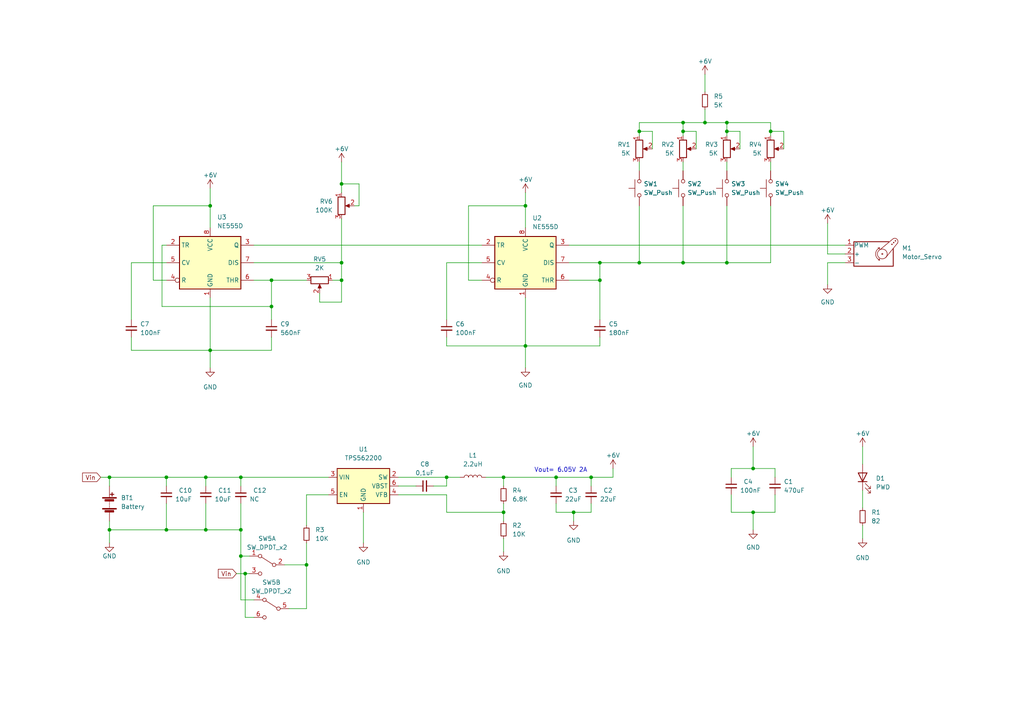
<source format=kicad_sch>
(kicad_sch (version 20211123) (generator eeschema)
  (paper "A4")
  (title_block (title "Controlador de Servo con Botones") (rev "v2"))
  (lib_symbols
    (symbol "Device:Battery" (pin_numbers hide) (pin_names (offset 0) hide)
      (property "Reference" "BT" (at 2.54 2.54 0))
      (property "Value" "Battery" (at 2.54 0 0))
      (symbol "Battery_0_1"
        (rectangle (start -2.032 -1.397) (end 2.032 -1.651) (fill (type outline)))
        (rectangle (start -2.032 1.778) (end 2.032 1.524) (fill (type outline)))
        (rectangle (start -1.3208 -1.9812) (end 1.27 -2.4892) (fill (type outline)))
        (rectangle (start -1.3208 1.1938) (end 1.27 0.6858) (fill (type outline)))
        (polyline (pts (xy 0 -1.524) (xy 0 -1.27)))
        (polyline (pts (xy 0 -1.016) (xy 0 -0.762)))
        (polyline (pts (xy 0 -0.508) (xy 0 -0.254)))
        (polyline (pts (xy 0 0) (xy 0 0.254)))
        (polyline (pts (xy 0 0.508) (xy 0 0.762)))
        (polyline (pts (xy 0 1.778) (xy 0 2.54)))
        (polyline (pts (xy 0.254 2.667) (xy 1.27 2.667)) (stroke (width 0.254)))
        (polyline (pts (xy 0.762 3.175) (xy 0.762 2.159)) (stroke (width 0.254)))
      )
      (symbol "Battery_1_1"
        (pin passive line (at 0 5.08 270) (length 2.54) (name "+") (number "1"))
        (pin passive line (at 0 -5.08 90) (length 2.54) (name "-") (number "2"))
      )
    )
    (symbol "Device:C_Small" (pin_numbers hide) (pin_names (offset 0.254) hide)
      (property "Reference" "C" (at 0.254 1.778 0))
      (property "Value" "C_Small" (at 0.254 -2.032 0))
      (symbol "C_Small_0_1"
        (polyline (pts (xy -1.524 -0.508) (xy 1.524 -0.508)) (stroke (width 0.3302)))
        (polyline (pts (xy -1.524 0.508) (xy 1.524 0.508)) (stroke (width 0.3048)))
      )
      (symbol "C_Small_1_1"
        (pin passive line (at 0 2.54 270) (length 2.032) (name "~") (number "1"))
        (pin passive line (at 0 -2.54 90) (length 2.032) (name "~") (number "2"))
      )
    )
    (symbol "Device:L" (pin_numbers hide) (pin_names (offset 1.016) hide)
      (property "Reference" "L" (at -1.27 0 90))
      (property "Value" "L" (at 1.905 0 90))
      (symbol "L_0_1"
        (arc (start 0 -2.54) (mid 0.635 -1.905) (end 0 -1.27))
        (arc (start 0 -1.27) (mid 0.635 -0.635) (end 0 0))
        (arc (start 0 0) (mid 0.635 0.635) (end 0 1.27))
        (arc (start 0 1.27) (mid 0.635 1.905) (end 0 2.54))
      )
      (symbol "L_1_1"
        (pin passive line (at 0 3.81 270) (length 1.27) (name "1") (number "1"))
        (pin passive line (at 0 -3.81 90) (length 1.27) (name "2") (number "2"))
      )
    )
    (symbol "Device:LED" (pin_numbers hide) (pin_names (offset 1.016) hide)
      (property "Reference" "D" (at 0 2.54 0))
      (property "Value" "LED" (at 0 -2.54 0))
      (symbol "LED_0_1"
        (polyline (pts (xy -1.27 -1.27) (xy -1.27 1.27)) (stroke (width 0.254)))
        (polyline (pts (xy -1.27 0) (xy 1.27 0)))
        (polyline (pts (xy 1.27 -1.27) (xy 1.27 1.27) (xy -1.27 0) (xy 1.27 -1.27)) (stroke (width 0.254)))
        (polyline (pts (xy -3.048 -0.762) (xy -4.572 -2.286) (xy -3.81 -2.286) (xy -4.572 -2.286) (xy -4.572 -1.524)))
        (polyline (pts (xy -1.778 -0.762) (xy -3.302 -2.286) (xy -2.54 -2.286) (xy -3.302 -2.286) (xy -3.302 -1.524)))
      )
      (symbol "LED_1_1"
        (pin passive line (at -3.81 0 0) (length 2.54) (name "K") (number "1"))
        (pin passive line (at 3.81 0 180) (length 2.54) (name "A") (number "2"))
      )
    )
    (symbol "Device:R_Potentiometer" (pin_names (offset 1.016) hide)
      (property "Reference" "RV" (at -4.445 0 90))
      (property "Value" "R_Potentiometer" (at -2.54 0 90))
      (symbol "R_Potentiometer_0_1"
        (polyline (pts (xy 2.54 0) (xy 1.524 0)))
        (polyline (pts (xy 1.143 0) (xy 2.286 0.508) (xy 2.286 -0.508) (xy 1.143 0)) (fill (type outline)))
        (rectangle (start 1.016 2.54) (end -1.016 -2.54) (stroke (width 0.254)))
      )
      (symbol "R_Potentiometer_1_1"
        (pin passive line (at 0 3.81 270) (length 1.27) (name "1") (number "1"))
        (pin passive line (at 3.81 0 180) (length 1.27) (name "2") (number "2"))
        (pin passive line (at 0 -3.81 90) (length 1.27) (name "3") (number "3"))
      )
    )
    (symbol "Device:R_Small" (pin_numbers hide) (pin_names (offset 0.254) hide)
      (property "Reference" "R" (at 0.762 0.508 0))
      (property "Value" "R_Small" (at 0.762 -1.016 0))
      (symbol "R_Small_0_1"
        (rectangle (start -0.762 1.778) (end 0.762 -1.778) (stroke (width 0.2032)))
      )
      (symbol "R_Small_1_1"
        (pin passive line (at 0 2.54 270) (length 0.762) (name "~") (number "1"))
        (pin passive line (at 0 -2.54 90) (length 0.762) (name "~") (number "2"))
      )
    )
    (symbol "Motor:Motor_Servo" (pin_names (offset 0.0254))
      (property "Reference" "M" (at -5.08 4.445 0))
      (property "Value" "Motor_Servo" (at -5.08 -4.064 0))
      (symbol "Motor_Servo_0_1"
        (polyline (pts (xy 2.413 -1.778) (xy 2.032 -1.778)))
        (polyline (pts (xy 2.413 -1.778) (xy 2.286 -1.397)))
        (polyline (pts (xy 2.413 1.778) (xy 1.905 1.778)))
        (polyline (pts (xy 2.413 1.778) (xy 2.286 1.397)))
        (polyline (pts (xy 6.35 4.445) (xy 2.54 1.27)))
        (polyline (pts (xy 7.62 3.175) (xy 4.191 -1.016)))
        (polyline (pts (xy 5.08 3.556) (xy -5.08 3.556) (xy -5.08 -3.556) (xy 6.35 -3.556) (xy 6.35 1.524)) (stroke (width 0.254)))
        (arc (start 2.413 1.778) (mid 1.2406 0) (end 2.413 -1.778))
        (circle (center 3.175 0) (radius 0.1778))
        (circle (center 3.175 0) (radius 1.4224))
        (circle (center 5.969 2.794) (radius 0.127))
        (circle (center 6.477 3.302) (radius 0.127))
        (circle (center 6.985 3.81) (radius 0.127))
        (arc (start 7.62 3.175) (mid 7.4485 4.2735) (end 6.35 4.445))
      )
      (symbol "Motor_Servo_1_1"
        (pin passive line (at -7.62 2.54 0) (length 2.54) (name "PWM") (number "1"))
        (pin passive line (at -7.62 0 0) (length 2.54) (name "+") (number "2"))
        (pin passive line (at -7.62 -2.54 0) (length 2.54) (name "-") (number "3"))
      )
    )
    (symbol "Regulator_Switching:TPS562200"
      (property "Reference" "U" (at -7.62 6.35 0))
      (property "Value" "TPS562200" (at -2.54 6.35 0))
      (symbol "TPS562200_0_1"
        (rectangle (start -7.62 5.08) (end 7.62 -5.08) (stroke (width 0.254)) (fill (type background)))
      )
      (symbol "TPS562200_1_1"
        (pin power_in line (at 0 -7.62 90) (length 2.54) (name "GND") (number "1"))
        (pin output line (at 10.16 2.54 180) (length 2.54) (name "SW") (number "2"))
        (pin power_in line (at -10.16 2.54 0) (length 2.54) (name "VIN") (number "3"))
        (pin input line (at 10.16 -2.54 180) (length 2.54) (name "VFB") (number "4"))
        (pin input line (at -10.16 -2.54 0) (length 2.54) (name "EN") (number "5"))
        (pin passive line (at 10.16 0 180) (length 2.54) (name "VBST") (number "6"))
      )
    )
    (symbol "Switch:SW_DPDT_x2" (pin_names (offset 0) hide)
      (property "Reference" "SW" (at 0 4.318 0))
      (property "Value" "SW_DPDT_x2" (at 0 -5.08 0))
      (symbol "SW_DPDT_x2_0_0"
        (circle (center -2.032 0) (radius 0.508))
        (circle (center 2.032 -2.54) (radius 0.508))
      )
      (symbol "SW_DPDT_x2_0_1"
        (polyline (pts (xy -1.524 0.254) (xy 1.651 2.286)))
        (circle (center 2.032 2.54) (radius 0.508))
      )
      (symbol "SW_DPDT_x2_1_1"
        (pin passive line (at 5.08 2.54 180) (length 2.54) (name "A") (number "1"))
        (pin passive line (at -5.08 0 0) (length 2.54) (name "B") (number "2"))
        (pin passive line (at 5.08 -2.54 180) (length 2.54) (name "C") (number "3"))
      )
      (symbol "SW_DPDT_x2_2_1"
        (pin passive line (at 5.08 2.54 180) (length 2.54) (name "A") (number "4"))
        (pin passive line (at -5.08 0 0) (length 2.54) (name "B") (number "5"))
        (pin passive line (at 5.08 -2.54 180) (length 2.54) (name "C") (number "6"))
      )
    )
    (symbol "Switch:SW_Push" (pin_numbers hide) (pin_names (offset 1.016) hide)
      (property "Reference" "SW" (at 1.27 2.54 0))
      (property "Value" "SW_Push" (at 0 -1.524 0))
      (symbol "SW_Push_0_1"
        (circle (center -2.032 0) (radius 0.508))
        (polyline (pts (xy 0 1.27) (xy 0 3.048)))
        (polyline (pts (xy 2.54 1.27) (xy -2.54 1.27)))
        (circle (center 2.032 0) (radius 0.508))
        (pin passive line (at -5.08 0 0) (length 2.54) (name "1") (number "1"))
        (pin passive line (at 5.08 0 180) (length 2.54) (name "2") (number "2"))
      )
    )
    (symbol "Timer:NE555D"
      (property "Reference" "U" (at -10.16 8.89 0))
      (property "Value" "NE555D" (at 2.54 8.89 0))
      (symbol "NE555D_0_0"
        (pin power_in line (at 0 -10.16 90) (length 2.54) (name "GND") (number "1"))
        (pin power_in line (at 0 10.16 270) (length 2.54) (name "VCC") (number "8"))
      )
      (symbol "NE555D_0_1"
        (rectangle (start -8.89 -7.62) (end 8.89 7.62) (stroke (width 0.254)) (fill (type background)))
        (rectangle (start -8.89 -7.62) (end 8.89 7.62) (stroke (width 0.254)) (fill (type background)))
      )
      (symbol "NE555D_1_1"
        (pin input line (at -12.7 5.08 0) (length 3.81) (name "TR") (number "2"))
        (pin output line (at 12.7 5.08 180) (length 3.81) (name "Q") (number "3"))
        (pin input inverted (at -12.7 -5.08 0) (length 3.81) (name "R") (number "4"))
        (pin input line (at -12.7 0 0) (length 3.81) (name "CV") (number "5"))
        (pin input line (at 12.7 -5.08 180) (length 3.81) (name "THR") (number "6"))
        (pin input line (at 12.7 0 180) (length 3.81) (name "DIS") (number "7"))
      )
    )
    (symbol "power:+6V" (power) (pin_names (offset 0))
      (property "Value" "+6V" (at 0 3.556 0))
      (symbol "+6V_0_1"
        (polyline (pts (xy -0.762 1.27) (xy 0 2.54)))
        (polyline (pts (xy 0 0) (xy 0 2.54)))
        (polyline (pts (xy 0 2.54) (xy 0.762 1.27)))
      )
      (symbol "+6V_1_1"
        (pin power_in line (at 0 0 90) (length 0) hide (name "+6V") (number "1"))
      )
    )
    (symbol "power:GND" (power) (pin_names (offset 0))
      (property "Value" "GND" (at 0 -3.81 0))
      (symbol "GND_0_1"
        (polyline (pts (xy 0 0) (xy 0 -1.27) (xy 1.27 -1.27) (xy 0 -2.54) (xy -1.27 -1.27) (xy 0 -1.27)))
      )
      (symbol "GND_1_1"
        (pin power_in line (at 0 0 270) (length 0) hide (name "GND") (number "1"))
      )
    )
  )
  (junction (at 210.82 38.1))
  (junction (at 173.99 76.2))
  (junction (at 218.44 148.59))
  (junction (at 218.44 135.89))
  (junction (at 146.05 138.43))
  (junction (at 69.85 161.29))
  (junction (at 198.12 35.56))
  (junction (at 152.4 100.33))
  (junction (at 171.45 138.43))
  (junction (at 210.82 35.56))
  (junction (at 166.37 148.59))
  (junction (at 78.74 81.28))
  (junction (at 71.12 166.37))
  (junction (at 185.42 76.2))
  (junction (at 59.69 138.43))
  (junction (at 99.06 76.2))
  (junction (at 99.06 81.28))
  (junction (at 152.4 59.69))
  (junction (at 31.75 153.67))
  (junction (at 185.42 38.1))
  (junction (at 146.05 148.59))
  (junction (at 161.29 138.43))
  (junction (at 60.96 59.69))
  (junction (at 48.26 153.67))
  (junction (at 31.75 138.43))
  (junction (at 223.52 38.1))
  (junction (at 129.54 138.43))
  (junction (at 173.99 81.28))
  (junction (at 99.06 53.34))
  (junction (at 60.96 101.6))
  (junction (at 69.85 153.67))
  (junction (at 69.85 138.43))
  (junction (at 78.74 88.9))
  (junction (at 198.12 76.2))
  (junction (at 198.12 38.1))
  (junction (at 88.9 163.83))
  (junction (at 210.82 76.2))
  (junction (at 48.26 138.43))
  (junction (at 59.69 153.67))
  (junction (at 204.47 35.56))
  (wire (pts (xy 185.42 38.1) (xy 185.42 35.56)))
  (wire (pts (xy 88.9 143.51) (xy 88.9 152.4)))
  (wire (pts (xy 73.66 173.99) (xy 69.85 173.99)))
  (wire (pts (xy 189.23 38.1) (xy 185.42 38.1)))
  (wire (pts (xy 139.7 81.28) (xy 135.89 81.28)))
  (wire (pts (xy 78.74 81.28) (xy 73.66 81.28)))
  (wire (pts (xy 173.99 92.71) (xy 173.99 81.28)))
  (wire (pts (xy 78.74 101.6) (xy 60.96 101.6)))
  (wire (pts (xy 38.1 97.79) (xy 38.1 101.6)))
  (wire (pts (xy 129.54 138.43) (xy 133.35 138.43)))
  (wire (pts (xy 210.82 38.1) (xy 210.82 35.56)))
  (wire (pts (xy 78.74 97.79) (xy 78.74 101.6)))
  (wire (pts (xy 201.93 38.1) (xy 198.12 38.1)))
  (wire (pts (xy 69.85 161.29) (xy 69.85 153.67)))
  (wire (pts (xy 250.19 129.54) (xy 250.19 134.62)))
  (wire (pts (xy 69.85 161.29) (xy 69.85 173.99)))
  (wire (pts (xy 60.96 86.36) (xy 60.96 101.6)))
  (wire (pts (xy 44.45 81.28) (xy 44.45 59.69)))
  (wire (pts (xy 204.47 35.56) (xy 204.47 31.75)))
  (wire (pts (xy 185.42 59.69) (xy 185.42 76.2)))
  (wire (pts (xy 210.82 76.2) (xy 198.12 76.2)))
  (wire (pts (xy 212.09 135.89) (xy 212.09 138.43)))
  (wire (pts (xy 59.69 138.43) (xy 59.69 140.97)))
  (wire (pts (xy 72.39 161.29) (xy 69.85 161.29)))
  (wire (pts (xy 204.47 21.59) (xy 204.47 26.67)))
  (wire (pts (xy 104.14 59.69) (xy 104.14 53.34)))
  (wire (pts (xy 223.52 46.99) (xy 223.52 49.53)))
  (wire (pts (xy 31.75 138.43) (xy 31.75 140.97)))
  (wire (pts (xy 104.14 53.34) (xy 99.06 53.34)))
  (wire (pts (xy 71.12 166.37) (xy 72.39 166.37)))
  (wire (pts (xy 198.12 35.56) (xy 204.47 35.56)))
  (wire (pts (xy 185.42 35.56) (xy 198.12 35.56)))
  (wire (pts (xy 99.06 76.2) (xy 99.06 81.28)))
  (wire (pts (xy 92.71 85.09) (xy 92.71 87.63)))
  (wire (pts (xy 210.82 35.56) (xy 223.52 35.56)))
  (wire (pts (xy 99.06 46.99) (xy 99.06 53.34)))
  (wire (pts (xy 227.33 43.18) (xy 227.33 38.1)))
  (wire (pts (xy 46.99 71.12) (xy 46.99 88.9)))
  (wire (pts (xy 161.29 148.59) (xy 161.29 146.05)))
  (wire (pts (xy 177.8 138.43) (xy 171.45 138.43)))
  (wire (pts (xy 218.44 148.59) (xy 218.44 153.67)))
  (wire (pts (xy 129.54 148.59) (xy 146.05 148.59)))
  (wire (pts (xy 250.19 142.24) (xy 250.19 147.32)))
  (wire (pts (xy 102.87 59.69) (xy 104.14 59.69)))
  (wire (pts (xy 48.26 146.05) (xy 48.26 153.67)))
  (wire (pts (xy 95.25 143.51) (xy 88.9 143.51)))
  (wire (pts (xy 245.11 73.66) (xy 240.03 73.66)))
  (wire (pts (xy 92.71 87.63) (xy 99.06 87.63)))
  (wire (pts (xy 60.96 54.61) (xy 60.96 59.69)))
  (wire (pts (xy 73.66 179.07) (xy 71.12 179.07)))
  (wire (pts (xy 48.26 138.43) (xy 48.26 140.97)))
  (wire (pts (xy 115.57 143.51) (xy 129.54 143.51)))
  (wire (pts (xy 129.54 92.71) (xy 129.54 76.2)))
  (wire (pts (xy 223.52 39.37) (xy 223.52 38.1)))
  (wire (pts (xy 185.42 39.37) (xy 185.42 38.1)))
  (wire (pts (xy 146.05 148.59) (xy 146.05 151.13)))
  (wire (pts (xy 105.41 148.59) (xy 105.41 157.48)))
  (wire (pts (xy 152.4 100.33) (xy 152.4 106.68)))
  (wire (pts (xy 240.03 76.2) (xy 245.11 76.2)))
  (wire (pts (xy 78.74 88.9) (xy 78.74 81.28)))
  (wire (pts (xy 214.63 38.1) (xy 210.82 38.1)))
  (wire (pts (xy 250.19 152.4) (xy 250.19 156.21)))
  (wire (pts (xy 48.26 71.12) (xy 46.99 71.12)))
  (wire (pts (xy 48.26 81.28) (xy 44.45 81.28)))
  (wire (pts (xy 171.45 146.05) (xy 171.45 148.59)))
  (wire (pts (xy 152.4 59.69) (xy 152.4 66.04)))
  (wire (pts (xy 223.52 59.69) (xy 223.52 76.2)))
  (wire (pts (xy 224.79 135.89) (xy 224.79 138.43)))
  (wire (pts (xy 166.37 148.59) (xy 161.29 148.59)))
  (wire (pts (xy 224.79 135.89) (xy 218.44 135.89)))
  (wire (pts (xy 224.79 148.59) (xy 218.44 148.59)))
  (wire (pts (xy 59.69 138.43) (xy 48.26 138.43)))
  (wire (pts (xy 214.63 43.18) (xy 214.63 38.1)))
  (wire (pts (xy 129.54 140.97) (xy 129.54 138.43)))
  (wire (pts (xy 95.25 138.43) (xy 69.85 138.43)))
  (wire (pts (xy 223.52 38.1) (xy 223.52 35.56)))
  (wire (pts (xy 140.97 138.43) (xy 146.05 138.43)))
  (wire (pts (xy 227.33 38.1) (xy 223.52 38.1)))
  (wire (pts (xy 210.82 59.69) (xy 210.82 76.2)))
  (wire (pts (xy 166.37 148.59) (xy 166.37 151.13)))
  (wire (pts (xy 161.29 138.43) (xy 171.45 138.43)))
  (wire (pts (xy 69.85 138.43) (xy 69.85 140.97)))
  (wire (pts (xy 210.82 46.99) (xy 210.82 49.53)))
  (wire (pts (xy 135.89 81.28) (xy 135.89 59.69)))
  (wire (pts (xy 218.44 148.59) (xy 212.09 148.59)))
  (wire (pts (xy 173.99 76.2) (xy 173.99 81.28)))
  (wire (pts (xy 185.42 46.99) (xy 185.42 49.53)))
  (wire (pts (xy 96.52 81.28) (xy 99.06 81.28)))
  (wire (pts (xy 212.09 143.51) (xy 212.09 148.59)))
  (wire (pts (xy 171.45 148.59) (xy 166.37 148.59)))
  (wire (pts (xy 38.1 101.6) (xy 60.96 101.6)))
  (wire (pts (xy 48.26 153.67) (xy 31.75 153.67)))
  (wire (pts (xy 185.42 76.2) (xy 173.99 76.2)))
  (wire (pts (xy 73.66 71.12) (xy 139.7 71.12)))
  (wire (pts (xy 99.06 63.5) (xy 99.06 76.2)))
  (wire (pts (xy 240.03 73.66) (xy 240.03 64.77)))
  (wire (pts (xy 129.54 143.51) (xy 129.54 148.59)))
  (wire (pts (xy 88.9 176.53) (xy 88.9 163.83)))
  (wire (pts (xy 129.54 97.79) (xy 129.54 100.33)))
  (wire (pts (xy 82.55 163.83) (xy 88.9 163.83)))
  (wire (pts (xy 83.82 176.53) (xy 88.9 176.53)))
  (wire (pts (xy 99.06 87.63) (xy 99.06 81.28)))
  (wire (pts (xy 115.57 140.97) (xy 120.65 140.97)))
  (wire (pts (xy 152.4 86.36) (xy 152.4 100.33)))
  (wire (pts (xy 240.03 76.2) (xy 240.03 82.55)))
  (wire (pts (xy 218.44 129.54) (xy 218.44 135.89)))
  (wire (pts (xy 69.85 138.43) (xy 59.69 138.43)))
  (wire (pts (xy 129.54 76.2) (xy 139.7 76.2)))
  (wire (pts (xy 173.99 97.79) (xy 173.99 100.33)))
  (wire (pts (xy 223.52 76.2) (xy 210.82 76.2)))
  (wire (pts (xy 115.57 138.43) (xy 129.54 138.43)))
  (wire (pts (xy 173.99 81.28) (xy 165.1 81.28)))
  (wire (pts (xy 29.21 138.43) (xy 31.75 138.43)))
  (wire (pts (xy 165.1 76.2) (xy 173.99 76.2)))
  (wire (pts (xy 88.9 157.48) (xy 88.9 163.83)))
  (wire (pts (xy 99.06 53.34) (xy 99.06 55.88)))
  (wire (pts (xy 198.12 76.2) (xy 185.42 76.2)))
  (wire (pts (xy 161.29 138.43) (xy 161.29 140.97)))
  (wire (pts (xy 189.23 43.18) (xy 189.23 38.1)))
  (wire (pts (xy 204.47 35.56) (xy 210.82 35.56)))
  (wire (pts (xy 198.12 38.1) (xy 198.12 35.56)))
  (wire (pts (xy 44.45 59.69) (xy 60.96 59.69)))
  (wire (pts (xy 31.75 153.67) (xy 31.75 157.48)))
  (wire (pts (xy 38.1 76.2) (xy 48.26 76.2)))
  (wire (pts (xy 78.74 81.28) (xy 88.9 81.28)))
  (wire (pts (xy 198.12 59.69) (xy 198.12 76.2)))
  (wire (pts (xy 125.73 140.97) (xy 129.54 140.97)))
  (wire (pts (xy 48.26 138.43) (xy 31.75 138.43)))
  (wire (pts (xy 73.66 76.2) (xy 99.06 76.2)))
  (wire (pts (xy 78.74 88.9) (xy 78.74 92.71)))
  (wire (pts (xy 59.69 146.05) (xy 59.69 153.67)))
  (wire (pts (xy 165.1 71.12) (xy 245.11 71.12)))
  (wire (pts (xy 69.85 146.05) (xy 69.85 153.67)))
  (wire (pts (xy 46.99 88.9) (xy 78.74 88.9)))
  (wire (pts (xy 152.4 55.88) (xy 152.4 59.69)))
  (wire (pts (xy 68.58 166.37) (xy 71.12 166.37)))
  (wire (pts (xy 146.05 138.43) (xy 161.29 138.43)))
  (wire (pts (xy 177.8 135.89) (xy 177.8 138.43)))
  (wire (pts (xy 171.45 138.43) (xy 171.45 140.97)))
  (wire (pts (xy 60.96 101.6) (xy 60.96 106.68)))
  (wire (pts (xy 146.05 156.21) (xy 146.05 160.02)))
  (wire (pts (xy 69.85 153.67) (xy 59.69 153.67)))
  (wire (pts (xy 146.05 138.43) (xy 146.05 140.97)))
  (wire (pts (xy 59.69 153.67) (xy 48.26 153.67)))
  (wire (pts (xy 210.82 39.37) (xy 210.82 38.1)))
  (wire (pts (xy 218.44 135.89) (xy 212.09 135.89)))
  (wire (pts (xy 198.12 39.37) (xy 198.12 38.1)))
  (wire (pts (xy 60.96 59.69) (xy 60.96 66.04)))
  (wire (pts (xy 224.79 143.51) (xy 224.79 148.59)))
  (wire (pts (xy 31.75 151.13) (xy 31.75 153.67)))
  (wire (pts (xy 71.12 166.37) (xy 71.12 179.07)))
  (wire (pts (xy 135.89 59.69) (xy 152.4 59.69)))
  (wire (pts (xy 201.93 43.18) (xy 201.93 38.1)))
  (wire (pts (xy 173.99 100.33) (xy 152.4 100.33)))
  (wire (pts (xy 129.54 100.33) (xy 152.4 100.33)))
  (wire (pts (xy 198.12 46.99) (xy 198.12 49.53)))
  (wire (pts (xy 146.05 146.05) (xy 146.05 148.59)))
  (wire (pts (xy 38.1 92.71) (xy 38.1 76.2)))
  (text "Vout= 6.05V 2A" (at 154.94 137.16 0) (effects (font (size 1.27 1.27)) (justify left bottom)))
  (global_label "Vin" (shape input) (at 68.58 166.37 180) (property "Intersheet References" "${INTERSHEET_REFS}" (effects hide)))
  (global_label "Vin" (shape input) (at 29.21 138.43 180) (property "Intersheet References" "${INTERSHEET_REFS}" (effects hide)))
  (symbol (lib_id "Device:C_Small") (at 161.29 143.51 0) (unit 1)
    (property "Reference" "C3" (at 164.846 142.2462 0) (effects (justify left)))
    (property "Value" "22uF" (at 163.83 144.78 0) (effects (justify left)))
    (property "Footprint" "Capacitor_SMD:C_0402_1005Metric" (effects hide))
    (property "LCSC" "C1525" (effects hide))
  )
  (symbol (lib_id "power:+6V") (at 240.03 64.77 0) (unit 1)
    (property "Reference" "#PWR016" (effects hide))
    (property "Value" "+6V" (at 240.03 60.96 0))
  )
  (symbol (lib_id "Device:L") (at 137.16 138.43 90) (unit 1)
    (property "Reference" "L1" (at 137.16 132.08 90))
    (property "Value" "2.2uH" (at 137.16 134.62 90))
    (property "Footprint" "Inductor_SMD:L_Wuerth_WE-GF-1210" (effects hide))
    (property "LCSC" "C98016" (effects hide))
  )
  (symbol (lib_id "Device:C_Small") (at 212.09 140.97 0) (unit 1)
    (property "Reference" "C4" (at 215.646 139.7062 0) (effects (justify left)))
    (property "Value" "100nF" (at 214.63 142.24 0) (effects (justify left)))
    (property "Footprint" "Capacitor_SMD:C_0402_1005Metric" (effects hide))
    (property "LCSC" "C2857965" (effects hide))
  )
  (symbol (lib_id "power:GND") (at 60.96 106.68 0) (unit 1)
    (property "Reference" "#PWR05" (effects hide))
    (property "Value" "GND" (at 60.96 112.268 0))
  )
  (symbol (lib_id "power:+6V") (at 177.8 135.89 0) (unit 1)
    (property "Reference" "#PWR014" (effects hide))
    (property "Value" "+6V" (at 177.8 132.08 0))
  )
  (symbol (lib_id "Device:R_Small") (at 250.19 149.86 0) (unit 1)
    (property "Reference" "R1" (at 252.73 148.5899 0) (effects (justify left)))
    (property "Value" "82" (at 252.73 151.1299 0) (effects (justify left)))
    (property "Footprint" "Resistor_SMD:R_0402_1005Metric" (effects hide))
  )
  (symbol (lib_id "power:+6V") (at 99.06 46.99 0) (unit 1)
    (property "Reference" "#PWR07" (effects hide))
    (property "Value" "+6V" (at 99.06 43.18 0))
  )
  (symbol (lib_id "power:+6V") (at 204.47 21.59 0) (unit 1)
    (property "Reference" "#PWR015" (effects hide))
    (property "Value" "+6V" (at 204.47 17.78 0))
  )
  (symbol (lib_id "power:GND") (at 152.4 106.68 0) (unit 1)
    (property "Reference" "#PWR013" (effects hide))
    (property "Value" "GND" (at 152.4 111.76 0))
  )
  (symbol (lib_id "Device:R_Potentiometer") (at 223.52 43.18 0) (unit 1)
    (property "Reference" "RV4" (at 220.98 41.9099 0) (effects (justify right)))
    (property "Value" "5K" (at 220.98 44.4499 0) (effects (justify right)))
    (property "Footprint" "EG1271:POT" (effects hide))
    (property "LCSC" "C118903" (effects hide))
  )
  (symbol (lib_id "Device:C_Small") (at 173.99 95.25 0) (unit 1)
    (property "Reference" "C5" (at 176.53 93.9862 0) (effects (justify left)))
    (property "Value" "180nF" (at 176.53 96.5262 0) (effects (justify left)))
    (property "Footprint" "Capacitor_SMD:C_0402_1005Metric" (effects hide))
    (property "LCSC" "C458937" (effects hide))
  )
  (symbol (lib_id "Device:Battery") (at 31.75 146.05 0) (unit 1)
    (property "Reference" "BT1" (at 35.052 144.3989 0) (effects (justify left)))
    (property "Value" "Battery" (at 35.052 146.9389 0) (effects (justify left)))
    (property "Footprint" "Battery:BatteryHolder_Eagle_12BH611-GR" (effects hide))
  )
  (symbol (lib_id "power:GND") (at 105.41 157.48 0) (unit 1)
    (property "Reference" "#PWR06" (effects hide))
    (property "Value" "GND" (at 105.41 163.068 0))
  )
  (symbol (lib_id "Device:R_Small") (at 146.05 143.51 0) (unit 1)
    (property "Reference" "R4" (at 148.59 142.2399 0) (effects (justify left)))
    (property "Value" "6.8K" (at 148.59 144.7799 0) (effects (justify left)))
    (property "Footprint" "Resistor_SMD:R_0402_1005Metric" (effects hide))
    (property "LCSC" "C114632" (effects hide))
  )
  (symbol (lib_id "Timer:NE555D") (at 152.4 76.2 0) (unit 1)
    (property "Reference" "U2" (at 154.4194 63.246 0) (effects (justify left)))
    (property "Value" "NE555D" (at 154.4194 65.786 0) (effects (justify left)))
    (property "Footprint" "Package_SO:SOIC-8_3.9x4.9mm_P1.27mm" (effects hide))
    (property "Datasheet" "http://www.ti.com/lit/ds/symlink/ne555.pdf" (effects hide))
    (property "LCSC" "C7593" (effects hide))
  )
  (symbol (lib_id "Device:C_Small") (at 48.26 143.51 0) (unit 1)
    (property "Reference" "C10" (at 51.816 142.2462 0) (effects (justify left)))
    (property "Value" "10uF" (at 50.8 144.78 0) (effects (justify left)))
    (property "Footprint" "Capacitor_SMD:C_0402_1005Metric" (effects hide))
    (property "LCSC" "C13585" (effects hide))
  )
  (symbol (lib_id "power:+6V") (at 218.44 129.54 0) (unit 1)
    (property "Reference" "#PWR02" (effects hide))
    (property "Value" "+6V" (at 218.44 125.73 0))
  )
  (symbol (lib_id "Device:R_Potentiometer") (at 185.42 43.18 0) (unit 1)
    (property "Reference" "RV1" (at 182.88 41.9099 0) (effects (justify right)))
    (property "Value" "5K" (at 182.88 44.4499 0) (effects (justify right)))
    (property "Footprint" "EG1271:POT" (effects hide))
    (property "LCSC" "C118903" (effects hide))
  )
  (symbol (lib_id "Device:C_Small") (at 224.79 140.97 0) (unit 1)
    (property "Reference" "C1" (at 227.33 139.7062 0) (effects (justify left)))
    (property "Value" "470uF" (at 227.33 142.2462 0) (effects (justify left)))
    (property "Footprint" "Capacitor_SMD:CP_Elec_6.3x7.7" (effects hide))
    (property "LCSC" "C335982" (effects hide))
  )
  (symbol (lib_id "power:GND") (at 218.44 153.67 0) (unit 1)
    (property "Reference" "#PWR03" (effects hide))
    (property "Value" "GND" (at 218.44 158.75 0))
  )
  (symbol (lib_id "power:GND") (at 146.05 160.02 0) (unit 1)
    (property "Reference" "#PWR08" (effects hide))
    (property "Value" "GND" (at 146.05 165.608 0))
  )
  (symbol (lib_id "Device:R_Small") (at 204.47 29.21 0) (unit 1)
    (property "Reference" "R5" (at 207.01 27.9399 0) (effects (justify left)))
    (property "Value" "5K" (at 207.01 30.4799 0) (effects (justify left)))
    (property "Footprint" "Resistor_SMD:R_0402_1005Metric" (effects hide))
    (property "LCSC" "C60490" (effects hide))
  )
  (symbol (lib_id "power:+6V") (at 60.96 54.61 0) (unit 1)
    (property "Reference" "#PWR04" (effects hide))
    (property "Value" "+6V" (at 60.96 50.8 0))
  )
  (symbol (lib_id "power:GND") (at 166.37 151.13 0) (unit 1)
    (property "Reference" "#PWR011" (effects hide))
    (property "Value" "GND" (at 166.37 156.718 0))
  )
  (symbol (lib_id "Device:R_Small") (at 88.9 154.94 0) (unit 1)
    (property "Reference" "R3" (at 91.44 153.6699 0) (effects (justify left)))
    (property "Value" "10K" (at 91.44 156.2099 0) (effects (justify left)))
    (property "Footprint" "Resistor_SMD:R_0402_1005Metric" (effects hide))
    (property "LCSC" "C60490" (effects hide))
  )
  (symbol (lib_id "Device:C_Small") (at 123.19 140.97 90) (unit 1)
    (property "Reference" "C8" (at 123.1963 134.62 90))
    (property "Value" "0,1uF" (at 123.1963 137.16 90))
    (property "Footprint" "Capacitor_SMD:C_0402_1005Metric" (effects hide))
  )
  (symbol (lib_id "Device:R_Potentiometer") (at 210.82 43.18 0) (unit 1)
    (property "Reference" "RV3" (at 208.28 41.9099 0) (effects (justify right)))
    (property "Value" "5K" (at 208.28 44.4499 0) (effects (justify right)))
    (property "Footprint" "EG1271:POT" (effects hide))
    (property "LCSC" "C118903" (effects hide))
  )
  (symbol (lib_id "Device:LED") (at 250.19 138.43 90) (unit 1)
    (property "Reference" "D1" (at 254 138.7474 90) (effects (justify right)))
    (property "Value" "PWD" (at 254 141.2874 90) (effects (justify right)))
    (property "Footprint" "LED_SMD:LED_0805_2012Metric" (effects hide))
  )
  (symbol (lib_id "Motor:Motor_Servo") (at 252.73 73.66 0) (unit 1)
    (property "Reference" "M1" (at 261.62 71.9565 0) (effects (justify left)))
    (property "Value" "Motor_Servo" (at 261.62 74.4965 0) (effects (justify left)))
    (property "Footprint" "Connector_PinHeader_2.54mm:PinHeader_1x03_P2.54mm_Horizontal" (effects hide))
    (property "Datasheet" "http://forums.parallax.com/uploads/attachments/46831/74481.png" (effects hide))
    (property "LCSC" "C92159" (effects hide))
  )
  (symbol (lib_id "Switch:SW_Push") (at 185.42 54.61 90) (unit 1)
    (property "Reference" "SW1" (at 186.69 53.3399 90) (effects (justify right)))
    (property "Value" "SW_Push" (at 186.69 55.8799 90) (effects (justify right)))
    (property "Footprint" "Button_Switch_SMD:SW_SPST_PTS645" (effects hide))
    (property "Datasheet" "https://datasheet.lcsc.com/lcsc/1811061028_C-K-PTS645SH95SMTR92LFS_C285468.pdf" (effects hide))
    (property "LCSC" "C285468" (effects hide))
  )
  (symbol (lib_id "power:+6V") (at 152.4 55.88 0) (unit 1)
    (property "Reference" "#PWR012" (effects hide))
    (property "Value" "+6V" (at 152.4 52.07 0))
  )
  (symbol (lib_id "Switch:SW_DPDT_x2") (at 77.47 163.83 0) (mirror y) (unit 1)
    (property "Reference" "SW5" (at 77.47 156.21 0))
    (property "Value" "SW_DPDT_x2" (at 77.47 158.75 0))
    (property "Footprint" "Button_Switch_THT:SW_E-Switch_EG1271_DPDT" (effects hide))
    (property "LCSC" "C273396" (effects hide))
  )
  (symbol (lib_id "Device:C_Small") (at 59.69 143.51 0) (unit 1)
    (property "Reference" "C11" (at 63.246 142.2462 0) (effects (justify left)))
    (property "Value" "10uF" (at 62.23 144.78 0) (effects (justify left)))
    (property "Footprint" "Capacitor_SMD:C_0402_1005Metric" (effects hide))
    (property "LCSC" "C13585" (effects hide))
  )
  (symbol (lib_id "Switch:SW_DPDT_x2") (at 78.74 176.53 0) (mirror y) (unit 2)
    (property "Reference" "SW5" (at 78.74 168.91 0))
    (property "Value" "SW_DPDT_x2" (at 78.74 171.45 0))
    (property "Footprint" "Button_Switch_THT:SW_E-Switch_EG1271_DPDT" (effects hide))
    (property "LCSC" "C273396" (effects hide))
  )
  (symbol (lib_id "power:GND") (at 250.19 156.21 0) (unit 1)
    (property "Reference" "#PWR010" (effects hide))
    (property "Value" "GND" (at 250.19 161.798 0))
  )
  (symbol (lib_id "Device:C_Small") (at 69.85 143.51 0) (unit 1)
    (property "Reference" "C12" (at 73.406 142.2462 0) (effects (justify left)))
    (property "Value" "NC" (at 72.39 144.78 0) (effects (justify left)))
    (property "Footprint" "Capacitor_SMD:C_0402_1005Metric" (effects hide))
    (property "LCSC" "C13585" (effects hide))
  )
  (symbol (lib_id "Switch:SW_Push") (at 198.12 54.61 90) (unit 1)
    (property "Reference" "SW2" (at 199.39 53.3399 90) (effects (justify right)))
    (property "Value" "SW_Push" (at 199.39 55.8799 90) (effects (justify right)))
    (property "Footprint" "Button_Switch_SMD:SW_SPST_PTS645" (effects hide))
    (property "Datasheet" "https://datasheet.lcsc.com/lcsc/1811061028_C-K-PTS645SH95SMTR92LFS_C285468.pdf" (effects hide))
    (property "LCSC" "C285468" (effects hide))
  )
  (symbol (lib_id "Device:C_Small") (at 78.74 95.25 0) (unit 1)
    (property "Reference" "C9" (at 81.28 93.9862 0) (effects (justify left)))
    (property "Value" "560nF" (at 81.28 96.5262 0) (effects (justify left)))
    (property "Footprint" "Capacitor_SMD:C_1206_3216Metric" (effects hide))
    (property "LCSC" "C717022" (effects hide))
  )
  (symbol (lib_id "power:+6V") (at 250.19 129.54 0) (unit 1)
    (property "Reference" "#PWR09" (effects hide))
    (property "Value" "+6V" (at 250.19 125.73 0))
  )
  (symbol (lib_id "Regulator_Switching:TPS562200") (at 105.41 140.97 0) (unit 1)
    (property "Reference" "U1" (at 105.41 130.302 0))
    (property "Value" "TPS562200" (at 105.41 132.842 0))
    (property "Footprint" "Package_TO_SOT_SMD:SOT-23-6" (effects hide))
    (property "Datasheet" "http://www.ti.com/lit/ds/symlink/tps563200.pdf" (effects hide))
    (property "LCSC" "C49757" (effects hide))
  )
  (symbol (lib_id "Device:C_Small") (at 129.54 95.25 0) (unit 1)
    (property "Reference" "C6" (at 132.08 93.9862 0) (effects (justify left)))
    (property "Value" "100nF" (at 132.08 96.5262 0) (effects (justify left)))
    (property "Footprint" "Capacitor_SMD:C_0402_1005Metric" (effects hide))
    (property "LCSC" "C2857965" (effects hide))
  )
  (symbol (lib_id "power:GND") (at 240.03 82.55 0) (unit 1)
    (property "Reference" "#PWR017" (effects hide))
    (property "Value" "GND" (at 240.03 87.63 0))
  )
  (symbol (lib_id "Switch:SW_Push") (at 223.52 54.61 90) (unit 1)
    (property "Reference" "SW4" (at 224.79 53.3399 90) (effects (justify right)))
    (property "Value" "SW_Push" (at 224.79 55.8799 90) (effects (justify right)))
    (property "Footprint" "Button_Switch_SMD:SW_SPST_PTS645" (effects hide))
    (property "Datasheet" "https://datasheet.lcsc.com/lcsc/1811061028_C-K-PTS645SH95SMTR92LFS_C285468.pdf" (effects hide))
    (property "LCSC" "C285468" (effects hide))
  )
  (symbol (lib_id "Device:R_Small") (at 146.05 153.67 0) (unit 1)
    (property "Reference" "R2" (at 148.59 152.3999 0) (effects (justify left)))
    (property "Value" "10K" (at 148.59 154.9399 0) (effects (justify left)))
    (property "Footprint" "Resistor_SMD:R_0402_1005Metric" (effects hide))
    (property "LCSC" "C60490" (effects hide))
  )
  (symbol (lib_id "power:GND") (at 31.75 157.48 0) (unit 1)
    (property "Reference" "#PWR01" (effects hide))
    (property "Value" "GND" (at 31.75 161.29 0))
  )
  (symbol (lib_id "Device:R_Potentiometer") (at 99.06 59.69 0) (unit 1)
    (property "Reference" "RV6" (at 96.52 58.4199 0) (effects (justify right)))
    (property "Value" "100K" (at 96.52 60.9599 0) (effects (justify right)))
    (property "Footprint" "EG1271:POT" (effects hide))
    (property "LCSC" "C118966" (effects hide))
  )
  (symbol (lib_id "Device:R_Potentiometer") (at 92.71 81.28 270) (unit 1)
    (property "Reference" "RV5" (at 92.71 75.184 90))
    (property "Value" "2K" (at 92.71 77.724 90))
    (property "Footprint" "EG1271:POT" (effects hide))
    (property "LCSC" "C118929" (effects hide))
  )
  (symbol (lib_id "Device:C_Small") (at 171.45 143.51 0) (unit 1)
    (property "Reference" "C2" (at 175.006 142.2462 0) (effects (justify left)))
    (property "Value" "22uF" (at 173.99 144.78 0) (effects (justify left)))
    (property "Footprint" "Capacitor_SMD:C_0402_1005Metric" (effects hide))
    (property "LCSC" "C1525" (effects hide))
  )
  (symbol (lib_id "Switch:SW_Push") (at 210.82 54.61 90) (unit 1)
    (property "Reference" "SW3" (at 212.09 53.3399 90) (effects (justify right)))
    (property "Value" "SW_Push" (at 212.09 55.8799 90) (effects (justify right)))
    (property "Footprint" "Button_Switch_SMD:SW_SPST_PTS645" (effects hide))
    (property "Datasheet" "https://datasheet.lcsc.com/lcsc/1811061028_C-K-PTS645SH95SMTR92LFS_C285468.pdf" (effects hide))
    (property "LCSC" "C285468" (effects hide))
  )
  (symbol (lib_id "Timer:NE555D") (at 60.96 76.2 0) (unit 1)
    (property "Reference" "U3" (at 62.9794 62.992 0) (effects (justify left)))
    (property "Value" "NE555D" (at 62.9794 65.532 0) (effects (justify left)))
    (property "Footprint" "Package_SO:SOIC-8_3.9x4.9mm_P1.27mm" (effects hide))
    (property "Datasheet" "http://www.ti.com/lit/ds/symlink/ne555.pdf" (effects hide))
    (property "LCSC" "C7593" (effects hide))
  )
  (symbol (lib_id "Device:R_Potentiometer") (at 198.12 43.18 0) (unit 1)
    (property "Reference" "RV2" (at 195.58 41.9099 0) (effects (justify right)))
    (property "Value" "5K" (at 195.58 44.4499 0) (effects (justify right)))
    (property "Footprint" "EG1271:POT" (effects hide))
    (property "LCSC" "C118903" (effects hide))
  )
  (symbol (lib_id "Device:C_Small") (at 38.1 95.25 0) (unit 1)
    (property "Reference" "C7" (at 40.64 93.9862 0) (effects (justify left)))
    (property "Value" "100nF" (at 40.64 96.5262 0) (effects (justify left)))
    (property "Footprint" "Capacitor_SMD:C_0402_1005Metric" (effects hide))
    (property "LCSC" "C2857965" (effects hide))
  )
)
</source>
